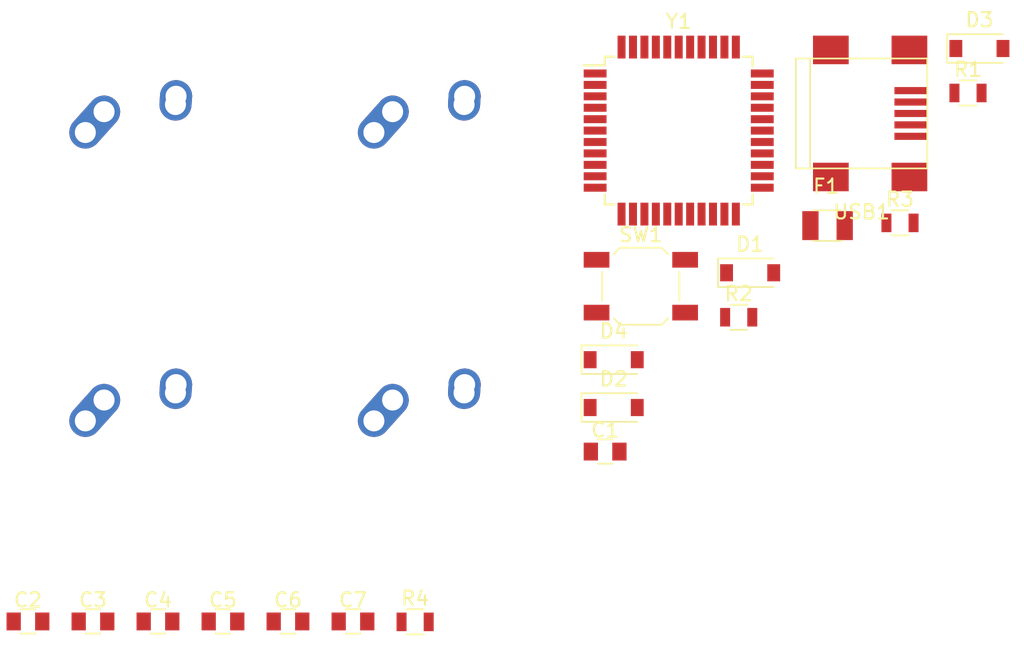
<source format=kicad_pcb>
(kicad_pcb (version 20171130) (host pcbnew "(5.1.2)-2")

  (general
    (thickness 1.6)
    (drawings 0)
    (tracks 0)
    (zones 0)
    (modules 23)
    (nets 23)
  )

  (page A4)
  (layers
    (0 F.Cu signal)
    (31 B.Cu signal)
    (32 B.Adhes user)
    (33 F.Adhes user)
    (34 B.Paste user)
    (35 F.Paste user)
    (36 B.SilkS user)
    (37 F.SilkS user)
    (38 B.Mask user)
    (39 F.Mask user)
    (40 Dwgs.User user)
    (41 Cmts.User user)
    (42 Eco1.User user)
    (43 Eco2.User user)
    (44 Edge.Cuts user)
    (45 Margin user)
    (46 B.CrtYd user)
    (47 F.CrtYd user)
    (48 B.Fab user)
    (49 F.Fab user)
  )

  (setup
    (last_trace_width 0.25)
    (trace_clearance 0.2)
    (zone_clearance 0.508)
    (zone_45_only no)
    (trace_min 0.2)
    (via_size 0.8)
    (via_drill 0.4)
    (via_min_size 0.4)
    (via_min_drill 0.3)
    (uvia_size 0.3)
    (uvia_drill 0.1)
    (uvias_allowed no)
    (uvia_min_size 0.2)
    (uvia_min_drill 0.1)
    (edge_width 0.05)
    (segment_width 0.2)
    (pcb_text_width 0.3)
    (pcb_text_size 1.5 1.5)
    (mod_edge_width 0.12)
    (mod_text_size 1 1)
    (mod_text_width 0.15)
    (pad_size 1.524 1.524)
    (pad_drill 0.762)
    (pad_to_mask_clearance 0.051)
    (solder_mask_min_width 0.25)
    (aux_axis_origin 0 0)
    (visible_elements FFFFFF7F)
    (pcbplotparams
      (layerselection 0x010fc_ffffffff)
      (usegerberextensions false)
      (usegerberattributes false)
      (usegerberadvancedattributes false)
      (creategerberjobfile false)
      (excludeedgelayer true)
      (linewidth 0.100000)
      (plotframeref false)
      (viasonmask false)
      (mode 1)
      (useauxorigin false)
      (hpglpennumber 1)
      (hpglpenspeed 20)
      (hpglpendiameter 15.000000)
      (psnegative false)
      (psa4output false)
      (plotreference true)
      (plotvalue true)
      (plotinvisibletext false)
      (padsonsilk false)
      (subtractmaskfromsilk false)
      (outputformat 1)
      (mirror false)
      (drillshape 1)
      (scaleselection 1)
      (outputdirectory ""))
  )

  (net 0 "")
  (net 1 +5V)
  (net 2 GND)
  (net 3 "Net-(C2-Pad2)")
  (net 4 "Net-(C3-Pad2)")
  (net 5 "Net-(C6-Pad1)")
  (net 6 ROW0)
  (net 7 "Net-(D1-Pad2)")
  (net 8 ROW1)
  (net 9 "Net-(D2-Pad2)")
  (net 10 "Net-(D3-Pad2)")
  (net 11 "Net-(D4-Pad2)")
  (net 12 VCC)
  (net 13 COL0)
  (net 14 COL1)
  (net 15 "Net-(R1-Pad1)")
  (net 16 D-)
  (net 17 "Net-(R2-Pad1)")
  (net 18 D+)
  (net 19 "Net-(R3-Pad1)")
  (net 20 "Net-(R4-Pad2)")
  (net 21 "Net-(USB1-Pad2)")
  (net 22 "Net-(USB1-Pad6)")

  (net_class Default "Dit is de standaard class."
    (clearance 0.2)
    (trace_width 0.25)
    (via_dia 0.8)
    (via_drill 0.4)
    (uvia_dia 0.3)
    (uvia_drill 0.1)
    (add_net +5V)
    (add_net COL0)
    (add_net COL1)
    (add_net D+)
    (add_net D-)
    (add_net GND)
    (add_net "Net-(C2-Pad2)")
    (add_net "Net-(C3-Pad2)")
    (add_net "Net-(C6-Pad1)")
    (add_net "Net-(D1-Pad2)")
    (add_net "Net-(D2-Pad2)")
    (add_net "Net-(D3-Pad2)")
    (add_net "Net-(D4-Pad2)")
    (add_net "Net-(R1-Pad1)")
    (add_net "Net-(R2-Pad1)")
    (add_net "Net-(R3-Pad1)")
    (add_net "Net-(R4-Pad2)")
    (add_net "Net-(USB1-Pad2)")
    (add_net "Net-(USB1-Pad6)")
    (add_net ROW0)
    (add_net ROW1)
    (add_net VCC)
  )

  (module Housings_QFP:LQFP-44_10x10mm_Pitch0.8mm (layer F.Cu) (tedit 58CC9A47) (tstamp 5D1C93C4)
    (at 221.156251 -121.662499)
    (descr "LQFP44 (see Appnote_PCB_Guidelines_TRINAMIC_packages.pdf)")
    (tags "QFP 0.8")
    (path /5D1D8CD5)
    (attr smd)
    (fp_text reference Y1 (at 0 -7.65) (layer F.SilkS)
      (effects (font (size 1 1) (thickness 0.15)))
    )
    (fp_text value 16MHz (at 0 7.65) (layer F.Fab)
      (effects (font (size 1 1) (thickness 0.15)))
    )
    (fp_text user %R (at 0 0) (layer F.Fab)
      (effects (font (size 1 1) (thickness 0.15)))
    )
    (fp_line (start -4 -5) (end 5 -5) (layer F.Fab) (width 0.15))
    (fp_line (start 5 -5) (end 5 5) (layer F.Fab) (width 0.15))
    (fp_line (start 5 5) (end -5 5) (layer F.Fab) (width 0.15))
    (fp_line (start -5 5) (end -5 -4) (layer F.Fab) (width 0.15))
    (fp_line (start -5 -4) (end -4 -5) (layer F.Fab) (width 0.15))
    (fp_line (start -6.9 -6.9) (end -6.9 6.9) (layer F.CrtYd) (width 0.05))
    (fp_line (start 6.9 -6.9) (end 6.9 6.9) (layer F.CrtYd) (width 0.05))
    (fp_line (start -6.9 -6.9) (end 6.9 -6.9) (layer F.CrtYd) (width 0.05))
    (fp_line (start -6.9 6.9) (end 6.9 6.9) (layer F.CrtYd) (width 0.05))
    (fp_line (start -5.175 -5.175) (end -5.175 -4.575) (layer F.SilkS) (width 0.15))
    (fp_line (start 5.175 -5.175) (end 5.175 -4.505) (layer F.SilkS) (width 0.15))
    (fp_line (start 5.175 5.175) (end 5.175 4.505) (layer F.SilkS) (width 0.15))
    (fp_line (start -5.175 5.175) (end -5.175 4.505) (layer F.SilkS) (width 0.15))
    (fp_line (start -5.175 -5.175) (end -4.505 -5.175) (layer F.SilkS) (width 0.15))
    (fp_line (start -5.175 5.175) (end -4.505 5.175) (layer F.SilkS) (width 0.15))
    (fp_line (start 5.175 5.175) (end 4.505 5.175) (layer F.SilkS) (width 0.15))
    (fp_line (start 5.175 -5.175) (end 4.505 -5.175) (layer F.SilkS) (width 0.15))
    (fp_line (start -5.175 -4.575) (end -6.65 -4.575) (layer F.SilkS) (width 0.15))
    (pad 1 smd rect (at -5.85 -4) (size 1.6 0.56) (layers F.Cu F.Paste F.Mask)
      (net 3 "Net-(C2-Pad2)"))
    (pad 2 smd rect (at -5.85 -3.2) (size 1.6 0.56) (layers F.Cu F.Paste F.Mask)
      (net 2 GND))
    (pad 3 smd rect (at -5.85 -2.4) (size 1.6 0.56) (layers F.Cu F.Paste F.Mask)
      (net 4 "Net-(C3-Pad2)"))
    (pad 4 smd rect (at -5.85 -1.6) (size 1.6 0.56) (layers F.Cu F.Paste F.Mask)
      (net 2 GND))
    (pad 5 smd rect (at -5.85 -0.8) (size 1.6 0.56) (layers F.Cu F.Paste F.Mask))
    (pad 6 smd rect (at -5.85 0) (size 1.6 0.56) (layers F.Cu F.Paste F.Mask))
    (pad 7 smd rect (at -5.85 0.8) (size 1.6 0.56) (layers F.Cu F.Paste F.Mask))
    (pad 8 smd rect (at -5.85 1.6) (size 1.6 0.56) (layers F.Cu F.Paste F.Mask))
    (pad 9 smd rect (at -5.85 2.4) (size 1.6 0.56) (layers F.Cu F.Paste F.Mask))
    (pad 10 smd rect (at -5.85 3.2) (size 1.6 0.56) (layers F.Cu F.Paste F.Mask))
    (pad 11 smd rect (at -5.85 4) (size 1.6 0.56) (layers F.Cu F.Paste F.Mask))
    (pad 12 smd rect (at -4 5.85 90) (size 1.6 0.56) (layers F.Cu F.Paste F.Mask))
    (pad 13 smd rect (at -3.2 5.85 90) (size 1.6 0.56) (layers F.Cu F.Paste F.Mask))
    (pad 14 smd rect (at -2.4 5.85 90) (size 1.6 0.56) (layers F.Cu F.Paste F.Mask))
    (pad 15 smd rect (at -1.6 5.85 90) (size 1.6 0.56) (layers F.Cu F.Paste F.Mask))
    (pad 16 smd rect (at -0.8 5.85 90) (size 1.6 0.56) (layers F.Cu F.Paste F.Mask))
    (pad 17 smd rect (at 0 5.85 90) (size 1.6 0.56) (layers F.Cu F.Paste F.Mask))
    (pad 18 smd rect (at 0.8 5.85 90) (size 1.6 0.56) (layers F.Cu F.Paste F.Mask))
    (pad 19 smd rect (at 1.6 5.85 90) (size 1.6 0.56) (layers F.Cu F.Paste F.Mask))
    (pad 20 smd rect (at 2.4 5.85 90) (size 1.6 0.56) (layers F.Cu F.Paste F.Mask))
    (pad 21 smd rect (at 3.2 5.85 90) (size 1.6 0.56) (layers F.Cu F.Paste F.Mask))
    (pad 22 smd rect (at 4 5.85 90) (size 1.6 0.56) (layers F.Cu F.Paste F.Mask))
    (pad 23 smd rect (at 5.85 4) (size 1.6 0.56) (layers F.Cu F.Paste F.Mask))
    (pad 24 smd rect (at 5.85 3.2) (size 1.6 0.56) (layers F.Cu F.Paste F.Mask))
    (pad 25 smd rect (at 5.85 2.4) (size 1.6 0.56) (layers F.Cu F.Paste F.Mask))
    (pad 26 smd rect (at 5.85 1.6) (size 1.6 0.56) (layers F.Cu F.Paste F.Mask))
    (pad 27 smd rect (at 5.85 0.8) (size 1.6 0.56) (layers F.Cu F.Paste F.Mask))
    (pad 28 smd rect (at 5.85 0) (size 1.6 0.56) (layers F.Cu F.Paste F.Mask))
    (pad 29 smd rect (at 5.85 -0.8) (size 1.6 0.56) (layers F.Cu F.Paste F.Mask))
    (pad 30 smd rect (at 5.85 -1.6) (size 1.6 0.56) (layers F.Cu F.Paste F.Mask))
    (pad 31 smd rect (at 5.85 -2.4) (size 1.6 0.56) (layers F.Cu F.Paste F.Mask))
    (pad 32 smd rect (at 5.85 -3.2) (size 1.6 0.56) (layers F.Cu F.Paste F.Mask))
    (pad 33 smd rect (at 5.85 -4) (size 1.6 0.56) (layers F.Cu F.Paste F.Mask))
    (pad 34 smd rect (at 4 -5.85 90) (size 1.6 0.56) (layers F.Cu F.Paste F.Mask))
    (pad 35 smd rect (at 3.2 -5.85 90) (size 1.6 0.56) (layers F.Cu F.Paste F.Mask))
    (pad 36 smd rect (at 2.4 -5.85 90) (size 1.6 0.56) (layers F.Cu F.Paste F.Mask))
    (pad 37 smd rect (at 1.6 -5.85 90) (size 1.6 0.56) (layers F.Cu F.Paste F.Mask))
    (pad 38 smd rect (at 0.8 -5.85 90) (size 1.6 0.56) (layers F.Cu F.Paste F.Mask))
    (pad 39 smd rect (at 0 -5.85 90) (size 1.6 0.56) (layers F.Cu F.Paste F.Mask))
    (pad 40 smd rect (at -0.8 -5.85 90) (size 1.6 0.56) (layers F.Cu F.Paste F.Mask))
    (pad 41 smd rect (at -1.6 -5.85 90) (size 1.6 0.56) (layers F.Cu F.Paste F.Mask))
    (pad 42 smd rect (at -2.4 -5.85 90) (size 1.6 0.56) (layers F.Cu F.Paste F.Mask))
    (pad 43 smd rect (at -3.2 -5.85 90) (size 1.6 0.56) (layers F.Cu F.Paste F.Mask))
    (pad 44 smd rect (at -4 -5.85 90) (size 1.6 0.56) (layers F.Cu F.Paste F.Mask))
    (model ${KISYS3DMOD}/Housings_QFP.3dshapes/LQFP-44_10x10mm_Pitch0.8mm.wrl
      (at (xyz 0 0 0))
      (scale (xyz 1 1 1))
      (rotate (xyz 0 0 0))
    )
  )

  (module Connectors:USB_Mini-B (layer F.Cu) (tedit 5543E571) (tstamp 5D1C93C1)
    (at 234.606251 -122.862499)
    (descr "USB Mini-B 5-pin SMD connector")
    (tags "USB USB_B USB_Mini connector")
    (path /5D1EC004)
    (attr smd)
    (fp_text reference USB1 (at -0.65 6.9) (layer F.SilkS)
      (effects (font (size 1 1) (thickness 0.15)))
    )
    (fp_text value Molex-0548190589 (at -0.65 -7.1) (layer F.Fab)
      (effects (font (size 1 1) (thickness 0.15)))
    )
    (fp_line (start -5.5 -5.7) (end 4.2 -5.7) (layer F.CrtYd) (width 0.05))
    (fp_line (start 4.2 -5.7) (end 4.2 5.7) (layer F.CrtYd) (width 0.05))
    (fp_line (start 4.2 5.7) (end -5.5 5.7) (layer F.CrtYd) (width 0.05))
    (fp_line (start -5.5 5.7) (end -5.5 -5.7) (layer F.CrtYd) (width 0.05))
    (fp_line (start -4.25 -3.85) (end -4.25 3.85) (layer F.SilkS) (width 0.12))
    (fp_line (start -5.25 -3.85) (end -5.25 3.85) (layer F.SilkS) (width 0.12))
    (fp_line (start -5.25 3.85) (end 3.95 3.85) (layer F.SilkS) (width 0.12))
    (fp_line (start 3.95 3.85) (end 3.95 -3.85) (layer F.SilkS) (width 0.12))
    (fp_line (start 3.95 -3.85) (end -5.25 -3.85) (layer F.SilkS) (width 0.12))
    (pad 1 smd rect (at 2.8 -1.6) (size 2.3 0.5) (layers F.Cu F.Paste F.Mask)
      (net 2 GND))
    (pad 2 smd rect (at 2.8 -0.8) (size 2.3 0.5) (layers F.Cu F.Paste F.Mask)
      (net 21 "Net-(USB1-Pad2)"))
    (pad 3 smd rect (at 2.8 0) (size 2.3 0.5) (layers F.Cu F.Paste F.Mask)
      (net 18 D+))
    (pad 4 smd rect (at 2.8 0.8) (size 2.3 0.5) (layers F.Cu F.Paste F.Mask)
      (net 16 D-))
    (pad 5 smd rect (at 2.8 1.6) (size 2.3 0.5) (layers F.Cu F.Paste F.Mask)
      (net 12 VCC))
    (pad 6 smd rect (at 2.7 -4.45) (size 2.5 2) (layers F.Cu F.Paste F.Mask)
      (net 22 "Net-(USB1-Pad6)"))
    (pad 6 smd rect (at -2.8 -4.45) (size 2.5 2) (layers F.Cu F.Paste F.Mask)
      (net 22 "Net-(USB1-Pad6)"))
    (pad 6 smd rect (at 2.7 4.45) (size 2.5 2) (layers F.Cu F.Paste F.Mask)
      (net 22 "Net-(USB1-Pad6)"))
    (pad 6 smd rect (at -2.8 4.45) (size 2.5 2) (layers F.Cu F.Paste F.Mask)
      (net 22 "Net-(USB1-Pad6)"))
    (pad "" np_thru_hole circle (at 0.2 -2.2) (size 0.9 0.9) (drill 0.9) (layers *.Cu *.Mask))
    (pad "" np_thru_hole circle (at 0.2 2.2) (size 0.9 0.9) (drill 0.9) (layers *.Cu *.Mask))
  )

  (module Buttons_Switches_SMD:SW_SPST_SKQG (layer F.Cu) (tedit 58724BB1) (tstamp 5D1C93BE)
    (at 218.506251 -110.762499)
    (descr "ALPS 5.2mm Square Low-profile TACT Switch (SMD), http://www.alps.com/prod/info/E/PDF/Tact/SurfaceMount/SKQG/SKQG.PDF")
    (tags "SPST Button Switch")
    (path /5D1E39BE)
    (attr smd)
    (fp_text reference SW1 (at 0 -3.6) (layer F.SilkS)
      (effects (font (size 1 1) (thickness 0.15)))
    )
    (fp_text value SW_Push (at 0 3.7) (layer F.Fab)
      (effects (font (size 1 1) (thickness 0.15)))
    )
    (fp_line (start 1.45 -2.6) (end 2.55 -1.5) (layer F.Fab) (width 0.1))
    (fp_line (start 2.55 -1.5) (end 2.55 1.45) (layer F.Fab) (width 0.1))
    (fp_line (start 2.55 1.45) (end 1.4 2.6) (layer F.Fab) (width 0.1))
    (fp_line (start 1.4 2.6) (end -1.45 2.6) (layer F.Fab) (width 0.1))
    (fp_line (start -1.45 2.6) (end -2.6 1.45) (layer F.Fab) (width 0.1))
    (fp_line (start -2.6 1.45) (end -2.6 -1.45) (layer F.Fab) (width 0.1))
    (fp_line (start -2.6 -1.45) (end -1.45 -2.6) (layer F.Fab) (width 0.1))
    (fp_line (start -1.45 -2.6) (end 1.45 -2.6) (layer F.Fab) (width 0.1))
    (fp_text user %R (at 0 -3.6) (layer F.Fab)
      (effects (font (size 1 1) (thickness 0.15)))
    )
    (fp_line (start -4.25 -2.95) (end -4.25 2.95) (layer F.CrtYd) (width 0.05))
    (fp_line (start 4.25 -2.95) (end -4.25 -2.95) (layer F.CrtYd) (width 0.05))
    (fp_line (start 4.25 2.95) (end 4.25 -2.95) (layer F.CrtYd) (width 0.05))
    (fp_line (start -4.25 2.95) (end 4.25 2.95) (layer F.CrtYd) (width 0.05))
    (fp_line (start -1.2 -1.8) (end 1.2 -1.8) (layer F.Fab) (width 0.1))
    (fp_line (start -1.8 -1.2) (end -1.2 -1.8) (layer F.Fab) (width 0.1))
    (fp_line (start -1.8 1.2) (end -1.8 -1.2) (layer F.Fab) (width 0.1))
    (fp_line (start -1.2 1.8) (end -1.8 1.2) (layer F.Fab) (width 0.1))
    (fp_line (start 1.2 1.8) (end -1.2 1.8) (layer F.Fab) (width 0.1))
    (fp_line (start 1.8 1.2) (end 1.2 1.8) (layer F.Fab) (width 0.1))
    (fp_line (start 1.8 -1.2) (end 1.8 1.2) (layer F.Fab) (width 0.1))
    (fp_line (start 1.2 -1.8) (end 1.8 -1.2) (layer F.Fab) (width 0.1))
    (fp_line (start -1.45 -2.7) (end 1.45 -2.7) (layer F.SilkS) (width 0.12))
    (fp_line (start -1.9 -2.25) (end -1.45 -2.7) (layer F.SilkS) (width 0.12))
    (fp_line (start -2.7 1) (end -2.7 -1) (layer F.SilkS) (width 0.12))
    (fp_line (start -1.45 2.7) (end -1.9 2.25) (layer F.SilkS) (width 0.12))
    (fp_line (start 1.45 2.7) (end -1.45 2.7) (layer F.SilkS) (width 0.12))
    (fp_line (start 1.9 2.25) (end 1.45 2.7) (layer F.SilkS) (width 0.12))
    (fp_line (start 2.7 -1) (end 2.7 1) (layer F.SilkS) (width 0.12))
    (fp_line (start 1.45 -2.7) (end 1.9 -2.25) (layer F.SilkS) (width 0.12))
    (fp_circle (center 0 0) (end 1 0) (layer F.Fab) (width 0.1))
    (pad 1 smd rect (at -3.1 -1.85) (size 1.8 1.1) (layers F.Cu F.Paste F.Mask)
      (net 2 GND))
    (pad 1 smd rect (at 3.1 -1.85) (size 1.8 1.1) (layers F.Cu F.Paste F.Mask)
      (net 2 GND))
    (pad 2 smd rect (at -3.1 1.85) (size 1.8 1.1) (layers F.Cu F.Paste F.Mask)
      (net 19 "Net-(R3-Pad1)"))
    (pad 2 smd rect (at 3.1 1.85) (size 1.8 1.1) (layers F.Cu F.Paste F.Mask)
      (net 19 "Net-(R3-Pad1)"))
    (model ${KISYS3DMOD}/Buttons_Switches_SMD.3dshapes/SW_SPST_SKQG.wrl
      (at (xyz 0 0 0))
      (scale (xyz 1 1 1))
      (rotate (xyz 0 0 0))
    )
  )

  (module Resistors_SMD:R_0805 (layer F.Cu) (tedit 58E0A804) (tstamp 5D1C93BB)
    (at 202.706251 -87.247499)
    (descr "Resistor SMD 0805, reflow soldering, Vishay (see dcrcw.pdf)")
    (tags "resistor 0805")
    (path /5D1CC4B7)
    (attr smd)
    (fp_text reference R4 (at 0 -1.65) (layer F.SilkS)
      (effects (font (size 1 1) (thickness 0.15)))
    )
    (fp_text value 10k (at 0 1.75) (layer F.Fab)
      (effects (font (size 1 1) (thickness 0.15)))
    )
    (fp_text user %R (at 0 0) (layer F.Fab)
      (effects (font (size 0.5 0.5) (thickness 0.075)))
    )
    (fp_line (start -1 0.62) (end -1 -0.62) (layer F.Fab) (width 0.1))
    (fp_line (start 1 0.62) (end -1 0.62) (layer F.Fab) (width 0.1))
    (fp_line (start 1 -0.62) (end 1 0.62) (layer F.Fab) (width 0.1))
    (fp_line (start -1 -0.62) (end 1 -0.62) (layer F.Fab) (width 0.1))
    (fp_line (start 0.6 0.88) (end -0.6 0.88) (layer F.SilkS) (width 0.12))
    (fp_line (start -0.6 -0.88) (end 0.6 -0.88) (layer F.SilkS) (width 0.12))
    (fp_line (start -1.55 -0.9) (end 1.55 -0.9) (layer F.CrtYd) (width 0.05))
    (fp_line (start -1.55 -0.9) (end -1.55 0.9) (layer F.CrtYd) (width 0.05))
    (fp_line (start 1.55 0.9) (end 1.55 -0.9) (layer F.CrtYd) (width 0.05))
    (fp_line (start 1.55 0.9) (end -1.55 0.9) (layer F.CrtYd) (width 0.05))
    (pad 1 smd rect (at -0.95 0) (size 0.7 1.3) (layers F.Cu F.Paste F.Mask)
      (net 2 GND))
    (pad 2 smd rect (at 0.95 0) (size 0.7 1.3) (layers F.Cu F.Paste F.Mask)
      (net 20 "Net-(R4-Pad2)"))
    (model ${KISYS3DMOD}/Resistors_SMD.3dshapes/R_0805.wrl
      (at (xyz 0 0 0))
      (scale (xyz 1 1 1))
      (rotate (xyz 0 0 0))
    )
  )

  (module Resistors_SMD:R_0805 (layer F.Cu) (tedit 58E0A804) (tstamp 5D1C93B8)
    (at 236.646251 -115.197499)
    (descr "Resistor SMD 0805, reflow soldering, Vishay (see dcrcw.pdf)")
    (tags "resistor 0805")
    (path /5D1E7821)
    (attr smd)
    (fp_text reference R3 (at 0 -1.65) (layer F.SilkS)
      (effects (font (size 1 1) (thickness 0.15)))
    )
    (fp_text value 10k (at 0 1.75) (layer F.Fab)
      (effects (font (size 1 1) (thickness 0.15)))
    )
    (fp_text user %R (at 0 0) (layer F.Fab)
      (effects (font (size 0.5 0.5) (thickness 0.075)))
    )
    (fp_line (start -1 0.62) (end -1 -0.62) (layer F.Fab) (width 0.1))
    (fp_line (start 1 0.62) (end -1 0.62) (layer F.Fab) (width 0.1))
    (fp_line (start 1 -0.62) (end 1 0.62) (layer F.Fab) (width 0.1))
    (fp_line (start -1 -0.62) (end 1 -0.62) (layer F.Fab) (width 0.1))
    (fp_line (start 0.6 0.88) (end -0.6 0.88) (layer F.SilkS) (width 0.12))
    (fp_line (start -0.6 -0.88) (end 0.6 -0.88) (layer F.SilkS) (width 0.12))
    (fp_line (start -1.55 -0.9) (end 1.55 -0.9) (layer F.CrtYd) (width 0.05))
    (fp_line (start -1.55 -0.9) (end -1.55 0.9) (layer F.CrtYd) (width 0.05))
    (fp_line (start 1.55 0.9) (end 1.55 -0.9) (layer F.CrtYd) (width 0.05))
    (fp_line (start 1.55 0.9) (end -1.55 0.9) (layer F.CrtYd) (width 0.05))
    (pad 1 smd rect (at -0.95 0) (size 0.7 1.3) (layers F.Cu F.Paste F.Mask)
      (net 19 "Net-(R3-Pad1)"))
    (pad 2 smd rect (at 0.95 0) (size 0.7 1.3) (layers F.Cu F.Paste F.Mask)
      (net 1 +5V))
    (model ${KISYS3DMOD}/Resistors_SMD.3dshapes/R_0805.wrl
      (at (xyz 0 0 0))
      (scale (xyz 1 1 1))
      (rotate (xyz 0 0 0))
    )
  )

  (module Resistors_SMD:R_0805 (layer F.Cu) (tedit 58E0A804) (tstamp 5D1C93B5)
    (at 225.356251 -108.587499)
    (descr "Resistor SMD 0805, reflow soldering, Vishay (see dcrcw.pdf)")
    (tags "resistor 0805")
    (path /5D1CED60)
    (attr smd)
    (fp_text reference R2 (at 0 -1.65) (layer F.SilkS)
      (effects (font (size 1 1) (thickness 0.15)))
    )
    (fp_text value 22 (at 0 1.75) (layer F.Fab)
      (effects (font (size 1 1) (thickness 0.15)))
    )
    (fp_text user %R (at 0 0) (layer F.Fab)
      (effects (font (size 0.5 0.5) (thickness 0.075)))
    )
    (fp_line (start -1 0.62) (end -1 -0.62) (layer F.Fab) (width 0.1))
    (fp_line (start 1 0.62) (end -1 0.62) (layer F.Fab) (width 0.1))
    (fp_line (start 1 -0.62) (end 1 0.62) (layer F.Fab) (width 0.1))
    (fp_line (start -1 -0.62) (end 1 -0.62) (layer F.Fab) (width 0.1))
    (fp_line (start 0.6 0.88) (end -0.6 0.88) (layer F.SilkS) (width 0.12))
    (fp_line (start -0.6 -0.88) (end 0.6 -0.88) (layer F.SilkS) (width 0.12))
    (fp_line (start -1.55 -0.9) (end 1.55 -0.9) (layer F.CrtYd) (width 0.05))
    (fp_line (start -1.55 -0.9) (end -1.55 0.9) (layer F.CrtYd) (width 0.05))
    (fp_line (start 1.55 0.9) (end 1.55 -0.9) (layer F.CrtYd) (width 0.05))
    (fp_line (start 1.55 0.9) (end -1.55 0.9) (layer F.CrtYd) (width 0.05))
    (pad 1 smd rect (at -0.95 0) (size 0.7 1.3) (layers F.Cu F.Paste F.Mask)
      (net 17 "Net-(R2-Pad1)"))
    (pad 2 smd rect (at 0.95 0) (size 0.7 1.3) (layers F.Cu F.Paste F.Mask)
      (net 18 D+))
    (model ${KISYS3DMOD}/Resistors_SMD.3dshapes/R_0805.wrl
      (at (xyz 0 0 0))
      (scale (xyz 1 1 1))
      (rotate (xyz 0 0 0))
    )
  )

  (module Resistors_SMD:R_0805 (layer F.Cu) (tedit 58E0A804) (tstamp 5D1C93B2)
    (at 241.406251 -124.297499)
    (descr "Resistor SMD 0805, reflow soldering, Vishay (see dcrcw.pdf)")
    (tags "resistor 0805")
    (path /5D1CFED6)
    (attr smd)
    (fp_text reference R1 (at 0 -1.65) (layer F.SilkS)
      (effects (font (size 1 1) (thickness 0.15)))
    )
    (fp_text value 22 (at 0 1.75) (layer F.Fab)
      (effects (font (size 1 1) (thickness 0.15)))
    )
    (fp_text user %R (at 0 0) (layer F.Fab)
      (effects (font (size 0.5 0.5) (thickness 0.075)))
    )
    (fp_line (start -1 0.62) (end -1 -0.62) (layer F.Fab) (width 0.1))
    (fp_line (start 1 0.62) (end -1 0.62) (layer F.Fab) (width 0.1))
    (fp_line (start 1 -0.62) (end 1 0.62) (layer F.Fab) (width 0.1))
    (fp_line (start -1 -0.62) (end 1 -0.62) (layer F.Fab) (width 0.1))
    (fp_line (start 0.6 0.88) (end -0.6 0.88) (layer F.SilkS) (width 0.12))
    (fp_line (start -0.6 -0.88) (end 0.6 -0.88) (layer F.SilkS) (width 0.12))
    (fp_line (start -1.55 -0.9) (end 1.55 -0.9) (layer F.CrtYd) (width 0.05))
    (fp_line (start -1.55 -0.9) (end -1.55 0.9) (layer F.CrtYd) (width 0.05))
    (fp_line (start 1.55 0.9) (end 1.55 -0.9) (layer F.CrtYd) (width 0.05))
    (fp_line (start 1.55 0.9) (end -1.55 0.9) (layer F.CrtYd) (width 0.05))
    (pad 1 smd rect (at -0.95 0) (size 0.7 1.3) (layers F.Cu F.Paste F.Mask)
      (net 15 "Net-(R1-Pad1)"))
    (pad 2 smd rect (at 0.95 0) (size 0.7 1.3) (layers F.Cu F.Paste F.Mask)
      (net 16 D-))
    (model ${KISYS3DMOD}/Resistors_SMD.3dshapes/R_0805.wrl
      (at (xyz 0 0 0))
      (scale (xyz 1 1 1))
      (rotate (xyz 0 0 0))
    )
  )

  (module MX_Alps_Hybrid:MX-1U-NoLED (layer F.Cu) (tedit 5A9F5203) (tstamp 5D1C93AF)
    (at 203.631251 -98.787499)
    (path /5D203035)
    (fp_text reference MX4 (at 0 3.175) (layer Dwgs.User)
      (effects (font (size 1 1) (thickness 0.15)))
    )
    (fp_text value MX-NoLED (at 0 -7.9375) (layer Dwgs.User)
      (effects (font (size 1 1) (thickness 0.15)))
    )
    (fp_line (start -9.525 9.525) (end -9.525 -9.525) (layer Dwgs.User) (width 0.15))
    (fp_line (start 9.525 9.525) (end -9.525 9.525) (layer Dwgs.User) (width 0.15))
    (fp_line (start 9.525 -9.525) (end 9.525 9.525) (layer Dwgs.User) (width 0.15))
    (fp_line (start -9.525 -9.525) (end 9.525 -9.525) (layer Dwgs.User) (width 0.15))
    (fp_line (start -7 -7) (end -7 -5) (layer Dwgs.User) (width 0.15))
    (fp_line (start -5 -7) (end -7 -7) (layer Dwgs.User) (width 0.15))
    (fp_line (start -7 7) (end -5 7) (layer Dwgs.User) (width 0.15))
    (fp_line (start -7 5) (end -7 7) (layer Dwgs.User) (width 0.15))
    (fp_line (start 7 7) (end 7 5) (layer Dwgs.User) (width 0.15))
    (fp_line (start 5 7) (end 7 7) (layer Dwgs.User) (width 0.15))
    (fp_line (start 7 -7) (end 7 -5) (layer Dwgs.User) (width 0.15))
    (fp_line (start 5 -7) (end 7 -7) (layer Dwgs.User) (width 0.15))
    (pad "" np_thru_hole circle (at 5.08 0 48.0996) (size 1.75 1.75) (drill 1.75) (layers *.Cu *.Mask))
    (pad "" np_thru_hole circle (at -5.08 0 48.0996) (size 1.75 1.75) (drill 1.75) (layers *.Cu *.Mask))
    (pad 1 thru_hole circle (at -2.5 -4) (size 2.25 2.25) (drill 1.47) (layers *.Cu B.Mask)
      (net 14 COL1))
    (pad "" np_thru_hole circle (at 0 0) (size 3.9878 3.9878) (drill 3.9878) (layers *.Cu *.Mask))
    (pad 1 thru_hole oval (at -3.81 -2.54 48.0996) (size 4.211556 2.25) (drill 1.47 (offset 0.980778 0)) (layers *.Cu B.Mask)
      (net 14 COL1))
    (pad 2 thru_hole circle (at 2.54 -5.08) (size 2.25 2.25) (drill 1.47) (layers *.Cu B.Mask)
      (net 11 "Net-(D4-Pad2)"))
    (pad 2 thru_hole oval (at 2.5 -4.5 86.0548) (size 2.831378 2.25) (drill 1.47 (offset 0.290689 0)) (layers *.Cu B.Mask)
      (net 11 "Net-(D4-Pad2)"))
  )

  (module MX_Alps_Hybrid:MX-1U-NoLED (layer F.Cu) (tedit 5A9F5203) (tstamp 5D1C9398)
    (at 203.631251 -118.987499)
    (path /5D20194E)
    (fp_text reference MX3 (at 0 3.175) (layer Dwgs.User)
      (effects (font (size 1 1) (thickness 0.15)))
    )
    (fp_text value MX-NoLED (at 0 -7.9375) (layer Dwgs.User)
      (effects (font (size 1 1) (thickness 0.15)))
    )
    (fp_line (start -9.525 9.525) (end -9.525 -9.525) (layer Dwgs.User) (width 0.15))
    (fp_line (start 9.525 9.525) (end -9.525 9.525) (layer Dwgs.User) (width 0.15))
    (fp_line (start 9.525 -9.525) (end 9.525 9.525) (layer Dwgs.User) (width 0.15))
    (fp_line (start -9.525 -9.525) (end 9.525 -9.525) (layer Dwgs.User) (width 0.15))
    (fp_line (start -7 -7) (end -7 -5) (layer Dwgs.User) (width 0.15))
    (fp_line (start -5 -7) (end -7 -7) (layer Dwgs.User) (width 0.15))
    (fp_line (start -7 7) (end -5 7) (layer Dwgs.User) (width 0.15))
    (fp_line (start -7 5) (end -7 7) (layer Dwgs.User) (width 0.15))
    (fp_line (start 7 7) (end 7 5) (layer Dwgs.User) (width 0.15))
    (fp_line (start 5 7) (end 7 7) (layer Dwgs.User) (width 0.15))
    (fp_line (start 7 -7) (end 7 -5) (layer Dwgs.User) (width 0.15))
    (fp_line (start 5 -7) (end 7 -7) (layer Dwgs.User) (width 0.15))
    (pad "" np_thru_hole circle (at 5.08 0 48.0996) (size 1.75 1.75) (drill 1.75) (layers *.Cu *.Mask))
    (pad "" np_thru_hole circle (at -5.08 0 48.0996) (size 1.75 1.75) (drill 1.75) (layers *.Cu *.Mask))
    (pad 1 thru_hole circle (at -2.5 -4) (size 2.25 2.25) (drill 1.47) (layers *.Cu B.Mask)
      (net 14 COL1))
    (pad "" np_thru_hole circle (at 0 0) (size 3.9878 3.9878) (drill 3.9878) (layers *.Cu *.Mask))
    (pad 1 thru_hole oval (at -3.81 -2.54 48.0996) (size 4.211556 2.25) (drill 1.47 (offset 0.980778 0)) (layers *.Cu B.Mask)
      (net 14 COL1))
    (pad 2 thru_hole circle (at 2.54 -5.08) (size 2.25 2.25) (drill 1.47) (layers *.Cu B.Mask)
      (net 10 "Net-(D3-Pad2)"))
    (pad 2 thru_hole oval (at 2.5 -4.5 86.0548) (size 2.831378 2.25) (drill 1.47 (offset 0.290689 0)) (layers *.Cu B.Mask)
      (net 10 "Net-(D3-Pad2)"))
  )

  (module MX_Alps_Hybrid:MX-1U-NoLED (layer F.Cu) (tedit 5A9F5203) (tstamp 5D1C9381)
    (at 183.431251 -98.787499)
    (path /5D202805)
    (fp_text reference MX2 (at 0 3.175) (layer Dwgs.User)
      (effects (font (size 1 1) (thickness 0.15)))
    )
    (fp_text value MX-NoLED (at 0 -7.9375) (layer Dwgs.User)
      (effects (font (size 1 1) (thickness 0.15)))
    )
    (fp_line (start -9.525 9.525) (end -9.525 -9.525) (layer Dwgs.User) (width 0.15))
    (fp_line (start 9.525 9.525) (end -9.525 9.525) (layer Dwgs.User) (width 0.15))
    (fp_line (start 9.525 -9.525) (end 9.525 9.525) (layer Dwgs.User) (width 0.15))
    (fp_line (start -9.525 -9.525) (end 9.525 -9.525) (layer Dwgs.User) (width 0.15))
    (fp_line (start -7 -7) (end -7 -5) (layer Dwgs.User) (width 0.15))
    (fp_line (start -5 -7) (end -7 -7) (layer Dwgs.User) (width 0.15))
    (fp_line (start -7 7) (end -5 7) (layer Dwgs.User) (width 0.15))
    (fp_line (start -7 5) (end -7 7) (layer Dwgs.User) (width 0.15))
    (fp_line (start 7 7) (end 7 5) (layer Dwgs.User) (width 0.15))
    (fp_line (start 5 7) (end 7 7) (layer Dwgs.User) (width 0.15))
    (fp_line (start 7 -7) (end 7 -5) (layer Dwgs.User) (width 0.15))
    (fp_line (start 5 -7) (end 7 -7) (layer Dwgs.User) (width 0.15))
    (pad "" np_thru_hole circle (at 5.08 0 48.0996) (size 1.75 1.75) (drill 1.75) (layers *.Cu *.Mask))
    (pad "" np_thru_hole circle (at -5.08 0 48.0996) (size 1.75 1.75) (drill 1.75) (layers *.Cu *.Mask))
    (pad 1 thru_hole circle (at -2.5 -4) (size 2.25 2.25) (drill 1.47) (layers *.Cu B.Mask)
      (net 13 COL0))
    (pad "" np_thru_hole circle (at 0 0) (size 3.9878 3.9878) (drill 3.9878) (layers *.Cu *.Mask))
    (pad 1 thru_hole oval (at -3.81 -2.54 48.0996) (size 4.211556 2.25) (drill 1.47 (offset 0.980778 0)) (layers *.Cu B.Mask)
      (net 13 COL0))
    (pad 2 thru_hole circle (at 2.54 -5.08) (size 2.25 2.25) (drill 1.47) (layers *.Cu B.Mask)
      (net 9 "Net-(D2-Pad2)"))
    (pad 2 thru_hole oval (at 2.5 -4.5 86.0548) (size 2.831378 2.25) (drill 1.47 (offset 0.290689 0)) (layers *.Cu B.Mask)
      (net 9 "Net-(D2-Pad2)"))
  )

  (module MX_Alps_Hybrid:MX-1U-NoLED (layer F.Cu) (tedit 5A9F5203) (tstamp 5D1C936A)
    (at 183.431251 -118.987499)
    (path /5D1FCF4B)
    (fp_text reference MX1 (at 0 3.175) (layer Dwgs.User)
      (effects (font (size 1 1) (thickness 0.15)))
    )
    (fp_text value MX-NoLED (at 0 -7.9375) (layer Dwgs.User)
      (effects (font (size 1 1) (thickness 0.15)))
    )
    (fp_line (start -9.525 9.525) (end -9.525 -9.525) (layer Dwgs.User) (width 0.15))
    (fp_line (start 9.525 9.525) (end -9.525 9.525) (layer Dwgs.User) (width 0.15))
    (fp_line (start 9.525 -9.525) (end 9.525 9.525) (layer Dwgs.User) (width 0.15))
    (fp_line (start -9.525 -9.525) (end 9.525 -9.525) (layer Dwgs.User) (width 0.15))
    (fp_line (start -7 -7) (end -7 -5) (layer Dwgs.User) (width 0.15))
    (fp_line (start -5 -7) (end -7 -7) (layer Dwgs.User) (width 0.15))
    (fp_line (start -7 7) (end -5 7) (layer Dwgs.User) (width 0.15))
    (fp_line (start -7 5) (end -7 7) (layer Dwgs.User) (width 0.15))
    (fp_line (start 7 7) (end 7 5) (layer Dwgs.User) (width 0.15))
    (fp_line (start 5 7) (end 7 7) (layer Dwgs.User) (width 0.15))
    (fp_line (start 7 -7) (end 7 -5) (layer Dwgs.User) (width 0.15))
    (fp_line (start 5 -7) (end 7 -7) (layer Dwgs.User) (width 0.15))
    (pad "" np_thru_hole circle (at 5.08 0 48.0996) (size 1.75 1.75) (drill 1.75) (layers *.Cu *.Mask))
    (pad "" np_thru_hole circle (at -5.08 0 48.0996) (size 1.75 1.75) (drill 1.75) (layers *.Cu *.Mask))
    (pad 1 thru_hole circle (at -2.5 -4) (size 2.25 2.25) (drill 1.47) (layers *.Cu B.Mask)
      (net 13 COL0))
    (pad "" np_thru_hole circle (at 0 0) (size 3.9878 3.9878) (drill 3.9878) (layers *.Cu *.Mask))
    (pad 1 thru_hole oval (at -3.81 -2.54 48.0996) (size 4.211556 2.25) (drill 1.47 (offset 0.980778 0)) (layers *.Cu B.Mask)
      (net 13 COL0))
    (pad 2 thru_hole circle (at 2.54 -5.08) (size 2.25 2.25) (drill 1.47) (layers *.Cu B.Mask)
      (net 7 "Net-(D1-Pad2)"))
    (pad 2 thru_hole oval (at 2.5 -4.5 86.0548) (size 2.831378 2.25) (drill 1.47 (offset 0.290689 0)) (layers *.Cu B.Mask)
      (net 7 "Net-(D1-Pad2)"))
  )

  (module Fuse_Holders_and_Fuses:Fuse_SMD1206_Reflow (layer F.Cu) (tedit 0) (tstamp 5D1C9353)
    (at 231.576251 -115.007499)
    (descr "Fuse, Sicherung, SMD1206, Littlefuse-Wickmann, Reflow,")
    (tags "Fuse Sicherung SMD1206 Littlefuse-Wickmann Reflow ")
    (path /5D1F123F)
    (attr smd)
    (fp_text reference F1 (at -0.1 -2.75) (layer F.SilkS)
      (effects (font (size 1 1) (thickness 0.15)))
    )
    (fp_text value 500mA (at -0.45 3.2) (layer F.Fab)
      (effects (font (size 1 1) (thickness 0.15)))
    )
    (fp_line (start -1.6 0.8) (end -1.6 -0.8) (layer F.Fab) (width 0.1))
    (fp_line (start 1.6 0.8) (end -1.6 0.8) (layer F.Fab) (width 0.1))
    (fp_line (start 1.6 -0.8) (end 1.6 0.8) (layer F.Fab) (width 0.1))
    (fp_line (start -1.6 -0.8) (end 1.6 -0.8) (layer F.Fab) (width 0.1))
    (fp_line (start 1 1.07) (end -1 1.07) (layer F.SilkS) (width 0.12))
    (fp_line (start -1 -1.07) (end 1 -1.07) (layer F.SilkS) (width 0.12))
    (fp_line (start -2.47 -1.05) (end 2.47 -1.05) (layer F.CrtYd) (width 0.05))
    (fp_line (start -2.47 -1.05) (end -2.47 1.05) (layer F.CrtYd) (width 0.05))
    (fp_line (start 2.47 1.05) (end 2.47 -1.05) (layer F.CrtYd) (width 0.05))
    (fp_line (start 2.47 1.05) (end -2.47 1.05) (layer F.CrtYd) (width 0.05))
    (pad 1 smd rect (at -1.2 0 90) (size 2.03 1.14) (layers F.Cu F.Paste F.Mask)
      (net 1 +5V))
    (pad 2 smd rect (at 1.2 0 90) (size 2.03 1.14) (layers F.Cu F.Paste F.Mask)
      (net 12 VCC))
  )

  (module Diodes_SMD:D_SOD-123 (layer F.Cu) (tedit 58645DC7) (tstamp 5D1C9350)
    (at 216.606251 -105.612499)
    (descr SOD-123)
    (tags SOD-123)
    (path /5D203E5B)
    (attr smd)
    (fp_text reference D4 (at 0 -2) (layer F.SilkS)
      (effects (font (size 1 1) (thickness 0.15)))
    )
    (fp_text value D_Small (at 0 2.1) (layer F.Fab)
      (effects (font (size 1 1) (thickness 0.15)))
    )
    (fp_text user %R (at 0 -2) (layer F.Fab)
      (effects (font (size 1 1) (thickness 0.15)))
    )
    (fp_line (start -2.25 -1) (end -2.25 1) (layer F.SilkS) (width 0.12))
    (fp_line (start 0.25 0) (end 0.75 0) (layer F.Fab) (width 0.1))
    (fp_line (start 0.25 0.4) (end -0.35 0) (layer F.Fab) (width 0.1))
    (fp_line (start 0.25 -0.4) (end 0.25 0.4) (layer F.Fab) (width 0.1))
    (fp_line (start -0.35 0) (end 0.25 -0.4) (layer F.Fab) (width 0.1))
    (fp_line (start -0.35 0) (end -0.35 0.55) (layer F.Fab) (width 0.1))
    (fp_line (start -0.35 0) (end -0.35 -0.55) (layer F.Fab) (width 0.1))
    (fp_line (start -0.75 0) (end -0.35 0) (layer F.Fab) (width 0.1))
    (fp_line (start -1.4 0.9) (end -1.4 -0.9) (layer F.Fab) (width 0.1))
    (fp_line (start 1.4 0.9) (end -1.4 0.9) (layer F.Fab) (width 0.1))
    (fp_line (start 1.4 -0.9) (end 1.4 0.9) (layer F.Fab) (width 0.1))
    (fp_line (start -1.4 -0.9) (end 1.4 -0.9) (layer F.Fab) (width 0.1))
    (fp_line (start -2.35 -1.15) (end 2.35 -1.15) (layer F.CrtYd) (width 0.05))
    (fp_line (start 2.35 -1.15) (end 2.35 1.15) (layer F.CrtYd) (width 0.05))
    (fp_line (start 2.35 1.15) (end -2.35 1.15) (layer F.CrtYd) (width 0.05))
    (fp_line (start -2.35 -1.15) (end -2.35 1.15) (layer F.CrtYd) (width 0.05))
    (fp_line (start -2.25 1) (end 1.65 1) (layer F.SilkS) (width 0.12))
    (fp_line (start -2.25 -1) (end 1.65 -1) (layer F.SilkS) (width 0.12))
    (pad 1 smd rect (at -1.65 0) (size 0.9 1.2) (layers F.Cu F.Paste F.Mask)
      (net 8 ROW1))
    (pad 2 smd rect (at 1.65 0) (size 0.9 1.2) (layers F.Cu F.Paste F.Mask)
      (net 11 "Net-(D4-Pad2)"))
    (model ${KISYS3DMOD}/Diodes_SMD.3dshapes/D_SOD-123.wrl
      (at (xyz 0 0 0))
      (scale (xyz 1 1 1))
      (rotate (xyz 0 0 0))
    )
  )

  (module Diodes_SMD:D_SOD-123 (layer F.Cu) (tedit 58645DC7) (tstamp 5D1C934D)
    (at 242.206251 -127.412499)
    (descr SOD-123)
    (tags SOD-123)
    (path /5D2022AA)
    (attr smd)
    (fp_text reference D3 (at 0 -2) (layer F.SilkS)
      (effects (font (size 1 1) (thickness 0.15)))
    )
    (fp_text value D_Small (at 0 2.1) (layer F.Fab)
      (effects (font (size 1 1) (thickness 0.15)))
    )
    (fp_text user %R (at 0 -2) (layer F.Fab)
      (effects (font (size 1 1) (thickness 0.15)))
    )
    (fp_line (start -2.25 -1) (end -2.25 1) (layer F.SilkS) (width 0.12))
    (fp_line (start 0.25 0) (end 0.75 0) (layer F.Fab) (width 0.1))
    (fp_line (start 0.25 0.4) (end -0.35 0) (layer F.Fab) (width 0.1))
    (fp_line (start 0.25 -0.4) (end 0.25 0.4) (layer F.Fab) (width 0.1))
    (fp_line (start -0.35 0) (end 0.25 -0.4) (layer F.Fab) (width 0.1))
    (fp_line (start -0.35 0) (end -0.35 0.55) (layer F.Fab) (width 0.1))
    (fp_line (start -0.35 0) (end -0.35 -0.55) (layer F.Fab) (width 0.1))
    (fp_line (start -0.75 0) (end -0.35 0) (layer F.Fab) (width 0.1))
    (fp_line (start -1.4 0.9) (end -1.4 -0.9) (layer F.Fab) (width 0.1))
    (fp_line (start 1.4 0.9) (end -1.4 0.9) (layer F.Fab) (width 0.1))
    (fp_line (start 1.4 -0.9) (end 1.4 0.9) (layer F.Fab) (width 0.1))
    (fp_line (start -1.4 -0.9) (end 1.4 -0.9) (layer F.Fab) (width 0.1))
    (fp_line (start -2.35 -1.15) (end 2.35 -1.15) (layer F.CrtYd) (width 0.05))
    (fp_line (start 2.35 -1.15) (end 2.35 1.15) (layer F.CrtYd) (width 0.05))
    (fp_line (start 2.35 1.15) (end -2.35 1.15) (layer F.CrtYd) (width 0.05))
    (fp_line (start -2.35 -1.15) (end -2.35 1.15) (layer F.CrtYd) (width 0.05))
    (fp_line (start -2.25 1) (end 1.65 1) (layer F.SilkS) (width 0.12))
    (fp_line (start -2.25 -1) (end 1.65 -1) (layer F.SilkS) (width 0.12))
    (pad 1 smd rect (at -1.65 0) (size 0.9 1.2) (layers F.Cu F.Paste F.Mask)
      (net 6 ROW0))
    (pad 2 smd rect (at 1.65 0) (size 0.9 1.2) (layers F.Cu F.Paste F.Mask)
      (net 10 "Net-(D3-Pad2)"))
    (model ${KISYS3DMOD}/Diodes_SMD.3dshapes/D_SOD-123.wrl
      (at (xyz 0 0 0))
      (scale (xyz 1 1 1))
      (rotate (xyz 0 0 0))
    )
  )

  (module Diodes_SMD:D_SOD-123 (layer F.Cu) (tedit 58645DC7) (tstamp 5D1C934A)
    (at 216.606251 -102.262499)
    (descr SOD-123)
    (tags SOD-123)
    (path /5D20348C)
    (attr smd)
    (fp_text reference D2 (at 0 -2) (layer F.SilkS)
      (effects (font (size 1 1) (thickness 0.15)))
    )
    (fp_text value D_Small (at 0 2.1) (layer F.Fab)
      (effects (font (size 1 1) (thickness 0.15)))
    )
    (fp_text user %R (at 0 -2) (layer F.Fab)
      (effects (font (size 1 1) (thickness 0.15)))
    )
    (fp_line (start -2.25 -1) (end -2.25 1) (layer F.SilkS) (width 0.12))
    (fp_line (start 0.25 0) (end 0.75 0) (layer F.Fab) (width 0.1))
    (fp_line (start 0.25 0.4) (end -0.35 0) (layer F.Fab) (width 0.1))
    (fp_line (start 0.25 -0.4) (end 0.25 0.4) (layer F.Fab) (width 0.1))
    (fp_line (start -0.35 0) (end 0.25 -0.4) (layer F.Fab) (width 0.1))
    (fp_line (start -0.35 0) (end -0.35 0.55) (layer F.Fab) (width 0.1))
    (fp_line (start -0.35 0) (end -0.35 -0.55) (layer F.Fab) (width 0.1))
    (fp_line (start -0.75 0) (end -0.35 0) (layer F.Fab) (width 0.1))
    (fp_line (start -1.4 0.9) (end -1.4 -0.9) (layer F.Fab) (width 0.1))
    (fp_line (start 1.4 0.9) (end -1.4 0.9) (layer F.Fab) (width 0.1))
    (fp_line (start 1.4 -0.9) (end 1.4 0.9) (layer F.Fab) (width 0.1))
    (fp_line (start -1.4 -0.9) (end 1.4 -0.9) (layer F.Fab) (width 0.1))
    (fp_line (start -2.35 -1.15) (end 2.35 -1.15) (layer F.CrtYd) (width 0.05))
    (fp_line (start 2.35 -1.15) (end 2.35 1.15) (layer F.CrtYd) (width 0.05))
    (fp_line (start 2.35 1.15) (end -2.35 1.15) (layer F.CrtYd) (width 0.05))
    (fp_line (start -2.35 -1.15) (end -2.35 1.15) (layer F.CrtYd) (width 0.05))
    (fp_line (start -2.25 1) (end 1.65 1) (layer F.SilkS) (width 0.12))
    (fp_line (start -2.25 -1) (end 1.65 -1) (layer F.SilkS) (width 0.12))
    (pad 1 smd rect (at -1.65 0) (size 0.9 1.2) (layers F.Cu F.Paste F.Mask)
      (net 8 ROW1))
    (pad 2 smd rect (at 1.65 0) (size 0.9 1.2) (layers F.Cu F.Paste F.Mask)
      (net 9 "Net-(D2-Pad2)"))
    (model ${KISYS3DMOD}/Diodes_SMD.3dshapes/D_SOD-123.wrl
      (at (xyz 0 0 0))
      (scale (xyz 1 1 1))
      (rotate (xyz 0 0 0))
    )
  )

  (module Diodes_SMD:D_SOD-123 (layer F.Cu) (tedit 58645DC7) (tstamp 5D1C9347)
    (at 226.156251 -111.702499)
    (descr SOD-123)
    (tags SOD-123)
    (path /5D1FD763)
    (attr smd)
    (fp_text reference D1 (at 0 -2) (layer F.SilkS)
      (effects (font (size 1 1) (thickness 0.15)))
    )
    (fp_text value D_Small (at 0 2.1) (layer F.Fab)
      (effects (font (size 1 1) (thickness 0.15)))
    )
    (fp_text user %R (at 0 -2) (layer F.Fab)
      (effects (font (size 1 1) (thickness 0.15)))
    )
    (fp_line (start -2.25 -1) (end -2.25 1) (layer F.SilkS) (width 0.12))
    (fp_line (start 0.25 0) (end 0.75 0) (layer F.Fab) (width 0.1))
    (fp_line (start 0.25 0.4) (end -0.35 0) (layer F.Fab) (width 0.1))
    (fp_line (start 0.25 -0.4) (end 0.25 0.4) (layer F.Fab) (width 0.1))
    (fp_line (start -0.35 0) (end 0.25 -0.4) (layer F.Fab) (width 0.1))
    (fp_line (start -0.35 0) (end -0.35 0.55) (layer F.Fab) (width 0.1))
    (fp_line (start -0.35 0) (end -0.35 -0.55) (layer F.Fab) (width 0.1))
    (fp_line (start -0.75 0) (end -0.35 0) (layer F.Fab) (width 0.1))
    (fp_line (start -1.4 0.9) (end -1.4 -0.9) (layer F.Fab) (width 0.1))
    (fp_line (start 1.4 0.9) (end -1.4 0.9) (layer F.Fab) (width 0.1))
    (fp_line (start 1.4 -0.9) (end 1.4 0.9) (layer F.Fab) (width 0.1))
    (fp_line (start -1.4 -0.9) (end 1.4 -0.9) (layer F.Fab) (width 0.1))
    (fp_line (start -2.35 -1.15) (end 2.35 -1.15) (layer F.CrtYd) (width 0.05))
    (fp_line (start 2.35 -1.15) (end 2.35 1.15) (layer F.CrtYd) (width 0.05))
    (fp_line (start 2.35 1.15) (end -2.35 1.15) (layer F.CrtYd) (width 0.05))
    (fp_line (start -2.35 -1.15) (end -2.35 1.15) (layer F.CrtYd) (width 0.05))
    (fp_line (start -2.25 1) (end 1.65 1) (layer F.SilkS) (width 0.12))
    (fp_line (start -2.25 -1) (end 1.65 -1) (layer F.SilkS) (width 0.12))
    (pad 1 smd rect (at -1.65 0) (size 0.9 1.2) (layers F.Cu F.Paste F.Mask)
      (net 6 ROW0))
    (pad 2 smd rect (at 1.65 0) (size 0.9 1.2) (layers F.Cu F.Paste F.Mask)
      (net 7 "Net-(D1-Pad2)"))
    (model ${KISYS3DMOD}/Diodes_SMD.3dshapes/D_SOD-123.wrl
      (at (xyz 0 0 0))
      (scale (xyz 1 1 1))
      (rotate (xyz 0 0 0))
    )
  )

  (module Capacitors_SMD:C_0805 (layer F.Cu) (tedit 58AA8463) (tstamp 5D1C9344)
    (at 198.356251 -87.277499)
    (descr "Capacitor SMD 0805, reflow soldering, AVX (see smccp.pdf)")
    (tags "capacitor 0805")
    (path /5D1D4486)
    (attr smd)
    (fp_text reference C7 (at 0 -1.5) (layer F.SilkS)
      (effects (font (size 1 1) (thickness 0.15)))
    )
    (fp_text value 10uF (at 0 1.75) (layer F.Fab)
      (effects (font (size 1 1) (thickness 0.15)))
    )
    (fp_text user %R (at 0 -1.5) (layer F.Fab)
      (effects (font (size 1 1) (thickness 0.15)))
    )
    (fp_line (start -1 0.62) (end -1 -0.62) (layer F.Fab) (width 0.1))
    (fp_line (start 1 0.62) (end -1 0.62) (layer F.Fab) (width 0.1))
    (fp_line (start 1 -0.62) (end 1 0.62) (layer F.Fab) (width 0.1))
    (fp_line (start -1 -0.62) (end 1 -0.62) (layer F.Fab) (width 0.1))
    (fp_line (start 0.5 -0.85) (end -0.5 -0.85) (layer F.SilkS) (width 0.12))
    (fp_line (start -0.5 0.85) (end 0.5 0.85) (layer F.SilkS) (width 0.12))
    (fp_line (start -1.75 -0.88) (end 1.75 -0.88) (layer F.CrtYd) (width 0.05))
    (fp_line (start -1.75 -0.88) (end -1.75 0.87) (layer F.CrtYd) (width 0.05))
    (fp_line (start 1.75 0.87) (end 1.75 -0.88) (layer F.CrtYd) (width 0.05))
    (fp_line (start 1.75 0.87) (end -1.75 0.87) (layer F.CrtYd) (width 0.05))
    (pad 1 smd rect (at -1 0) (size 1 1.25) (layers F.Cu F.Paste F.Mask)
      (net 1 +5V))
    (pad 2 smd rect (at 1 0) (size 1 1.25) (layers F.Cu F.Paste F.Mask)
      (net 2 GND))
    (model Capacitors_SMD.3dshapes/C_0805.wrl
      (at (xyz 0 0 0))
      (scale (xyz 1 1 1))
      (rotate (xyz 0 0 0))
    )
  )

  (module Capacitors_SMD:C_0805 (layer F.Cu) (tedit 58AA8463) (tstamp 5D1C9341)
    (at 193.806251 -87.277499)
    (descr "Capacitor SMD 0805, reflow soldering, AVX (see smccp.pdf)")
    (tags "capacitor 0805")
    (path /5D1D0E9F)
    (attr smd)
    (fp_text reference C6 (at 0 -1.5) (layer F.SilkS)
      (effects (font (size 1 1) (thickness 0.15)))
    )
    (fp_text value C_Small (at 0 1.75) (layer F.Fab)
      (effects (font (size 1 1) (thickness 0.15)))
    )
    (fp_text user %R (at 0 -1.5) (layer F.Fab)
      (effects (font (size 1 1) (thickness 0.15)))
    )
    (fp_line (start -1 0.62) (end -1 -0.62) (layer F.Fab) (width 0.1))
    (fp_line (start 1 0.62) (end -1 0.62) (layer F.Fab) (width 0.1))
    (fp_line (start 1 -0.62) (end 1 0.62) (layer F.Fab) (width 0.1))
    (fp_line (start -1 -0.62) (end 1 -0.62) (layer F.Fab) (width 0.1))
    (fp_line (start 0.5 -0.85) (end -0.5 -0.85) (layer F.SilkS) (width 0.12))
    (fp_line (start -0.5 0.85) (end 0.5 0.85) (layer F.SilkS) (width 0.12))
    (fp_line (start -1.75 -0.88) (end 1.75 -0.88) (layer F.CrtYd) (width 0.05))
    (fp_line (start -1.75 -0.88) (end -1.75 0.87) (layer F.CrtYd) (width 0.05))
    (fp_line (start 1.75 0.87) (end 1.75 -0.88) (layer F.CrtYd) (width 0.05))
    (fp_line (start 1.75 0.87) (end -1.75 0.87) (layer F.CrtYd) (width 0.05))
    (pad 1 smd rect (at -1 0) (size 1 1.25) (layers F.Cu F.Paste F.Mask)
      (net 5 "Net-(C6-Pad1)"))
    (pad 2 smd rect (at 1 0) (size 1 1.25) (layers F.Cu F.Paste F.Mask)
      (net 2 GND))
    (model Capacitors_SMD.3dshapes/C_0805.wrl
      (at (xyz 0 0 0))
      (scale (xyz 1 1 1))
      (rotate (xyz 0 0 0))
    )
  )

  (module Capacitors_SMD:C_0805 (layer F.Cu) (tedit 58AA8463) (tstamp 5D1C933E)
    (at 189.256251 -87.277499)
    (descr "Capacitor SMD 0805, reflow soldering, AVX (see smccp.pdf)")
    (tags "capacitor 0805")
    (path /5D1D410E)
    (attr smd)
    (fp_text reference C5 (at 0 -1.5) (layer F.SilkS)
      (effects (font (size 1 1) (thickness 0.15)))
    )
    (fp_text value 0.1uF (at 0 1.75) (layer F.Fab)
      (effects (font (size 1 1) (thickness 0.15)))
    )
    (fp_text user %R (at 0 -1.5) (layer F.Fab)
      (effects (font (size 1 1) (thickness 0.15)))
    )
    (fp_line (start -1 0.62) (end -1 -0.62) (layer F.Fab) (width 0.1))
    (fp_line (start 1 0.62) (end -1 0.62) (layer F.Fab) (width 0.1))
    (fp_line (start 1 -0.62) (end 1 0.62) (layer F.Fab) (width 0.1))
    (fp_line (start -1 -0.62) (end 1 -0.62) (layer F.Fab) (width 0.1))
    (fp_line (start 0.5 -0.85) (end -0.5 -0.85) (layer F.SilkS) (width 0.12))
    (fp_line (start -0.5 0.85) (end 0.5 0.85) (layer F.SilkS) (width 0.12))
    (fp_line (start -1.75 -0.88) (end 1.75 -0.88) (layer F.CrtYd) (width 0.05))
    (fp_line (start -1.75 -0.88) (end -1.75 0.87) (layer F.CrtYd) (width 0.05))
    (fp_line (start 1.75 0.87) (end 1.75 -0.88) (layer F.CrtYd) (width 0.05))
    (fp_line (start 1.75 0.87) (end -1.75 0.87) (layer F.CrtYd) (width 0.05))
    (pad 1 smd rect (at -1 0) (size 1 1.25) (layers F.Cu F.Paste F.Mask)
      (net 1 +5V))
    (pad 2 smd rect (at 1 0) (size 1 1.25) (layers F.Cu F.Paste F.Mask)
      (net 2 GND))
    (model Capacitors_SMD.3dshapes/C_0805.wrl
      (at (xyz 0 0 0))
      (scale (xyz 1 1 1))
      (rotate (xyz 0 0 0))
    )
  )

  (module Capacitors_SMD:C_0805 (layer F.Cu) (tedit 58AA8463) (tstamp 5D1C933B)
    (at 184.706251 -87.277499)
    (descr "Capacitor SMD 0805, reflow soldering, AVX (see smccp.pdf)")
    (tags "capacitor 0805")
    (path /5D1D3CC4)
    (attr smd)
    (fp_text reference C4 (at 0 -1.5) (layer F.SilkS)
      (effects (font (size 1 1) (thickness 0.15)))
    )
    (fp_text value 0.1uF (at 0 1.75) (layer F.Fab)
      (effects (font (size 1 1) (thickness 0.15)))
    )
    (fp_text user %R (at 0 -1.5) (layer F.Fab)
      (effects (font (size 1 1) (thickness 0.15)))
    )
    (fp_line (start -1 0.62) (end -1 -0.62) (layer F.Fab) (width 0.1))
    (fp_line (start 1 0.62) (end -1 0.62) (layer F.Fab) (width 0.1))
    (fp_line (start 1 -0.62) (end 1 0.62) (layer F.Fab) (width 0.1))
    (fp_line (start -1 -0.62) (end 1 -0.62) (layer F.Fab) (width 0.1))
    (fp_line (start 0.5 -0.85) (end -0.5 -0.85) (layer F.SilkS) (width 0.12))
    (fp_line (start -0.5 0.85) (end 0.5 0.85) (layer F.SilkS) (width 0.12))
    (fp_line (start -1.75 -0.88) (end 1.75 -0.88) (layer F.CrtYd) (width 0.05))
    (fp_line (start -1.75 -0.88) (end -1.75 0.87) (layer F.CrtYd) (width 0.05))
    (fp_line (start 1.75 0.87) (end 1.75 -0.88) (layer F.CrtYd) (width 0.05))
    (fp_line (start 1.75 0.87) (end -1.75 0.87) (layer F.CrtYd) (width 0.05))
    (pad 1 smd rect (at -1 0) (size 1 1.25) (layers F.Cu F.Paste F.Mask)
      (net 1 +5V))
    (pad 2 smd rect (at 1 0) (size 1 1.25) (layers F.Cu F.Paste F.Mask)
      (net 2 GND))
    (model Capacitors_SMD.3dshapes/C_0805.wrl
      (at (xyz 0 0 0))
      (scale (xyz 1 1 1))
      (rotate (xyz 0 0 0))
    )
  )

  (module Capacitors_SMD:C_0805 (layer F.Cu) (tedit 58AA8463) (tstamp 5D1C9338)
    (at 180.156251 -87.277499)
    (descr "Capacitor SMD 0805, reflow soldering, AVX (see smccp.pdf)")
    (tags "capacitor 0805")
    (path /5D1DC278)
    (attr smd)
    (fp_text reference C3 (at 0 -1.5) (layer F.SilkS)
      (effects (font (size 1 1) (thickness 0.15)))
    )
    (fp_text value 22pF (at 0 1.75) (layer F.Fab)
      (effects (font (size 1 1) (thickness 0.15)))
    )
    (fp_text user %R (at 0 -1.5) (layer F.Fab)
      (effects (font (size 1 1) (thickness 0.15)))
    )
    (fp_line (start -1 0.62) (end -1 -0.62) (layer F.Fab) (width 0.1))
    (fp_line (start 1 0.62) (end -1 0.62) (layer F.Fab) (width 0.1))
    (fp_line (start 1 -0.62) (end 1 0.62) (layer F.Fab) (width 0.1))
    (fp_line (start -1 -0.62) (end 1 -0.62) (layer F.Fab) (width 0.1))
    (fp_line (start 0.5 -0.85) (end -0.5 -0.85) (layer F.SilkS) (width 0.12))
    (fp_line (start -0.5 0.85) (end 0.5 0.85) (layer F.SilkS) (width 0.12))
    (fp_line (start -1.75 -0.88) (end 1.75 -0.88) (layer F.CrtYd) (width 0.05))
    (fp_line (start -1.75 -0.88) (end -1.75 0.87) (layer F.CrtYd) (width 0.05))
    (fp_line (start 1.75 0.87) (end 1.75 -0.88) (layer F.CrtYd) (width 0.05))
    (fp_line (start 1.75 0.87) (end -1.75 0.87) (layer F.CrtYd) (width 0.05))
    (pad 1 smd rect (at -1 0) (size 1 1.25) (layers F.Cu F.Paste F.Mask)
      (net 2 GND))
    (pad 2 smd rect (at 1 0) (size 1 1.25) (layers F.Cu F.Paste F.Mask)
      (net 4 "Net-(C3-Pad2)"))
    (model Capacitors_SMD.3dshapes/C_0805.wrl
      (at (xyz 0 0 0))
      (scale (xyz 1 1 1))
      (rotate (xyz 0 0 0))
    )
  )

  (module Capacitors_SMD:C_0805 (layer F.Cu) (tedit 58AA8463) (tstamp 5D1C9335)
    (at 175.606251 -87.277499)
    (descr "Capacitor SMD 0805, reflow soldering, AVX (see smccp.pdf)")
    (tags "capacitor 0805")
    (path /5D1DABAA)
    (attr smd)
    (fp_text reference C2 (at 0 -1.5) (layer F.SilkS)
      (effects (font (size 1 1) (thickness 0.15)))
    )
    (fp_text value 22pF (at 0 1.75) (layer F.Fab)
      (effects (font (size 1 1) (thickness 0.15)))
    )
    (fp_text user %R (at 0 -1.5) (layer F.Fab)
      (effects (font (size 1 1) (thickness 0.15)))
    )
    (fp_line (start -1 0.62) (end -1 -0.62) (layer F.Fab) (width 0.1))
    (fp_line (start 1 0.62) (end -1 0.62) (layer F.Fab) (width 0.1))
    (fp_line (start 1 -0.62) (end 1 0.62) (layer F.Fab) (width 0.1))
    (fp_line (start -1 -0.62) (end 1 -0.62) (layer F.Fab) (width 0.1))
    (fp_line (start 0.5 -0.85) (end -0.5 -0.85) (layer F.SilkS) (width 0.12))
    (fp_line (start -0.5 0.85) (end 0.5 0.85) (layer F.SilkS) (width 0.12))
    (fp_line (start -1.75 -0.88) (end 1.75 -0.88) (layer F.CrtYd) (width 0.05))
    (fp_line (start -1.75 -0.88) (end -1.75 0.87) (layer F.CrtYd) (width 0.05))
    (fp_line (start 1.75 0.87) (end 1.75 -0.88) (layer F.CrtYd) (width 0.05))
    (fp_line (start 1.75 0.87) (end -1.75 0.87) (layer F.CrtYd) (width 0.05))
    (pad 1 smd rect (at -1 0) (size 1 1.25) (layers F.Cu F.Paste F.Mask)
      (net 2 GND))
    (pad 2 smd rect (at 1 0) (size 1 1.25) (layers F.Cu F.Paste F.Mask)
      (net 3 "Net-(C2-Pad2)"))
    (model Capacitors_SMD.3dshapes/C_0805.wrl
      (at (xyz 0 0 0))
      (scale (xyz 1 1 1))
      (rotate (xyz 0 0 0))
    )
  )

  (module Capacitors_SMD:C_0805 (layer F.Cu) (tedit 58AA8463) (tstamp 5D1C9332)
    (at 216.006251 -99.177499)
    (descr "Capacitor SMD 0805, reflow soldering, AVX (see smccp.pdf)")
    (tags "capacitor 0805")
    (path /5D1D291F)
    (attr smd)
    (fp_text reference C1 (at 0 -1.5) (layer F.SilkS)
      (effects (font (size 1 1) (thickness 0.15)))
    )
    (fp_text value 0.1uF (at 0 1.75) (layer F.Fab)
      (effects (font (size 1 1) (thickness 0.15)))
    )
    (fp_text user %R (at 0 -1.5) (layer F.Fab)
      (effects (font (size 1 1) (thickness 0.15)))
    )
    (fp_line (start -1 0.62) (end -1 -0.62) (layer F.Fab) (width 0.1))
    (fp_line (start 1 0.62) (end -1 0.62) (layer F.Fab) (width 0.1))
    (fp_line (start 1 -0.62) (end 1 0.62) (layer F.Fab) (width 0.1))
    (fp_line (start -1 -0.62) (end 1 -0.62) (layer F.Fab) (width 0.1))
    (fp_line (start 0.5 -0.85) (end -0.5 -0.85) (layer F.SilkS) (width 0.12))
    (fp_line (start -0.5 0.85) (end 0.5 0.85) (layer F.SilkS) (width 0.12))
    (fp_line (start -1.75 -0.88) (end 1.75 -0.88) (layer F.CrtYd) (width 0.05))
    (fp_line (start -1.75 -0.88) (end -1.75 0.87) (layer F.CrtYd) (width 0.05))
    (fp_line (start 1.75 0.87) (end 1.75 -0.88) (layer F.CrtYd) (width 0.05))
    (fp_line (start 1.75 0.87) (end -1.75 0.87) (layer F.CrtYd) (width 0.05))
    (pad 1 smd rect (at -1 0) (size 1 1.25) (layers F.Cu F.Paste F.Mask)
      (net 1 +5V))
    (pad 2 smd rect (at 1 0) (size 1 1.25) (layers F.Cu F.Paste F.Mask)
      (net 2 GND))
    (model Capacitors_SMD.3dshapes/C_0805.wrl
      (at (xyz 0 0 0))
      (scale (xyz 1 1 1))
      (rotate (xyz 0 0 0))
    )
  )

)

</source>
